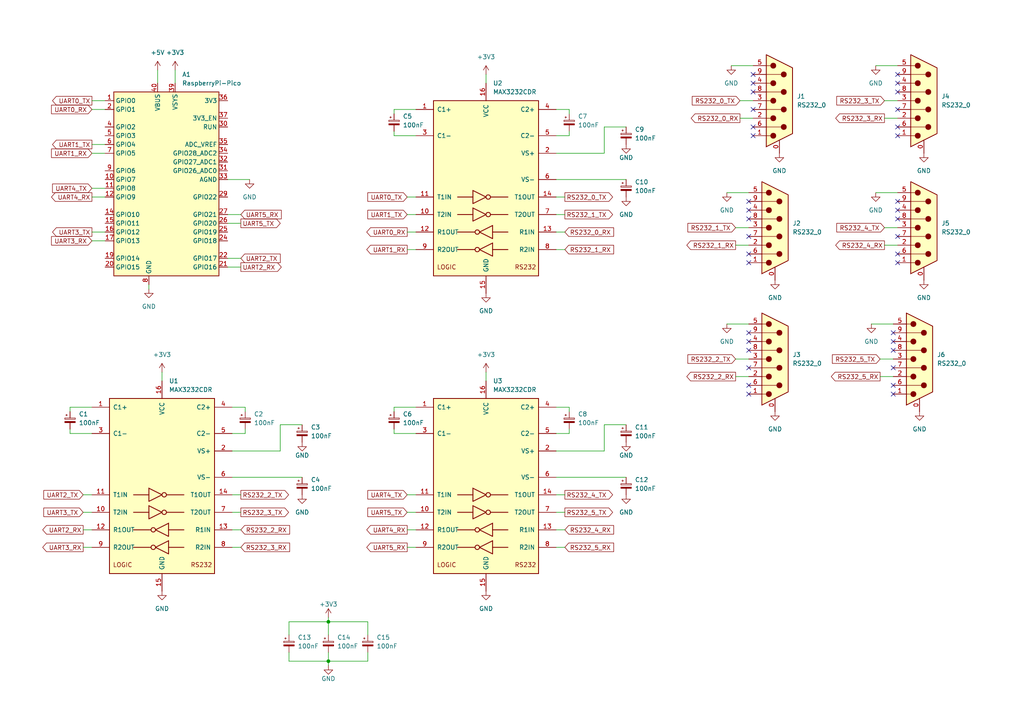
<source format=kicad_sch>
(kicad_sch (version 20211123) (generator eeschema)
  (paper "A4")
  (title_block (title "PicoRS232") (company "Sean D. Cline"))
  (lib_symbols
    (symbol "Connector:DB9_Male_MountingHoles" (pin_names (offset 1.016) hide)
      (property "Reference" "J" (at 0 16.51 0))
      (property "Value" "DB9_Male_MountingHoles" (at 0 14.605 0))
      (symbol "DB9_Male_MountingHoles_0_1"
        (circle (center -1.778 -10.16) (radius 0.762) (fill (type outline)))
        (circle (center -1.778 -5.08) (radius 0.762) (fill (type outline)))
        (circle (center -1.778 0) (radius 0.762) (fill (type outline)))
        (circle (center -1.778 5.08) (radius 0.762) (fill (type outline)))
        (circle (center -1.778 10.16) (radius 0.762) (fill (type outline)))
        (polyline (pts (xy -3.81 -10.16) (xy -2.54 -10.16)))
        (polyline (pts (xy -3.81 -7.62) (xy 0.508 -7.62)))
        (polyline (pts (xy -3.81 -5.08) (xy -2.54 -5.08)))
        (polyline (pts (xy -3.81 -2.54) (xy 0.508 -2.54)))
        (polyline (pts (xy -3.81 0) (xy -2.54 0)))
        (polyline (pts (xy -3.81 2.54) (xy 0.508 2.54)))
        (polyline (pts (xy -3.81 5.08) (xy -2.54 5.08)))
        (polyline (pts (xy -3.81 7.62) (xy 0.508 7.62)))
        (polyline (pts (xy -3.81 10.16) (xy -2.54 10.16)))
        (polyline (pts (xy -3.81 -13.335) (xy -3.81 13.335) (xy 3.81 9.525) (xy 3.81 -9.525) (xy -3.81 -13.335)) (stroke (width 0.254)) (fill (type background)))
        (circle (center 1.27 -7.62) (radius 0.762) (fill (type outline)))
        (circle (center 1.27 -2.54) (radius 0.762) (fill (type outline)))
        (circle (center 1.27 2.54) (radius 0.762) (fill (type outline)))
        (circle (center 1.27 7.62) (radius 0.762) (fill (type outline)))
      )
      (symbol "DB9_Male_MountingHoles_1_1"
        (pin passive line (at 0 -15.24 90) (length 3.81) (name "PAD") (number "0"))
        (pin passive line (at -7.62 -10.16 0) (length 3.81) (name "1") (number "1"))
        (pin passive line (at -7.62 -5.08 0) (length 3.81) (name "2") (number "2"))
        (pin passive line (at -7.62 0 0) (length 3.81) (name "3") (number "3"))
        (pin passive line (at -7.62 5.08 0) (length 3.81) (name "4") (number "4"))
        (pin passive line (at -7.62 10.16 0) (length 3.81) (name "5") (number "5"))
        (pin passive line (at -7.62 -7.62 0) (length 3.81) (name "6") (number "6"))
        (pin passive line (at -7.62 -2.54 0) (length 3.81) (name "7") (number "7"))
        (pin passive line (at -7.62 2.54 0) (length 3.81) (name "8") (number "8"))
        (pin passive line (at -7.62 7.62 0) (length 3.81) (name "9") (number "9"))
      )
    )
    (symbol "Device:C_Polarized_Small" (pin_numbers hide) (pin_names (offset 0.254) hide)
      (property "Reference" "C" (at 0.254 1.778 0))
      (property "Value" "C_Polarized_Small" (at 0.254 -2.032 0))
      (symbol "C_Polarized_Small_0_1"
        (rectangle (start -1.524 -0.3048) (end 1.524 -0.6858) (fill (type outline)))
        (rectangle (start -1.524 0.6858) (end 1.524 0.3048))
        (polyline (pts (xy -1.27 1.524) (xy -0.762 1.524)))
        (polyline (pts (xy -1.016 1.27) (xy -1.016 1.778)))
      )
      (symbol "C_Polarized_Small_1_1"
        (pin passive line (at 0 2.54 270) (length 1.8542) (name "~") (number "1"))
        (pin passive line (at 0 -2.54 90) (length 1.8542) (name "~") (number "2"))
      )
    )
    (symbol "Interface_UART:MAX3232" (pin_names (offset 1.016))
      (property "Reference" "U" (at -2.54 28.575 0))
      (property "Value" "MAX3232" (at -2.54 26.67 0))
      (symbol "MAX3232_0_0"
        (text "LOGIC" (at -11.43 -22.86 0) (effects (font (size 1.27 1.27))))
        (text "RS232" (at 11.43 -22.86 0) (effects (font (size 1.27 1.27))))
      )
      (symbol "MAX3232_0_1"
        (rectangle (start -15.24 -25.4) (end 15.24 25.4) (stroke (width 0.254)) (fill (type background)))
        (circle (center -2.54 -17.78) (radius 0.635) (stroke (width 0.254)))
        (circle (center -2.54 -12.7) (radius 0.635) (stroke (width 0.254)))
        (polyline (pts (xy -3.81 -7.62) (xy -8.255 -7.62)) (stroke (width 0.254)))
        (polyline (pts (xy -3.81 -2.54) (xy -8.255 -2.54)) (stroke (width 0.254)))
        (polyline (pts (xy -3.175 -17.78) (xy -8.255 -17.78)) (stroke (width 0.254)))
        (polyline (pts (xy -3.175 -12.7) (xy -8.255 -12.7)) (stroke (width 0.254)))
        (polyline (pts (xy 1.27 -7.62) (xy 6.35 -7.62)) (stroke (width 0.254)))
        (polyline (pts (xy 1.27 -2.54) (xy 6.35 -2.54)) (stroke (width 0.254)))
        (polyline (pts (xy 1.905 -17.78) (xy 6.35 -17.78)) (stroke (width 0.254)))
        (polyline (pts (xy 1.905 -12.7) (xy 6.35 -12.7)) (stroke (width 0.254)))
        (polyline (pts (xy -3.81 -5.715) (xy -3.81 -9.525) (xy 0 -7.62) (xy -3.81 -5.715)) (stroke (width 0.254)))
        (polyline (pts (xy -3.81 -0.635) (xy -3.81 -4.445) (xy 0 -2.54) (xy -3.81 -0.635)) (stroke (width 0.254)))
        (polyline (pts (xy 1.905 -15.875) (xy 1.905 -19.685) (xy -1.905 -17.78) (xy 1.905 -15.875)) (stroke (width 0.254)))
        (polyline (pts (xy 1.905 -10.795) (xy 1.905 -14.605) (xy -1.905 -12.7) (xy 1.905 -10.795)) (stroke (width 0.254)))
        (circle (center 0.635 -7.62) (radius 0.635) (stroke (width 0.254)))
        (circle (center 0.635 -2.54) (radius 0.635) (stroke (width 0.254)))
      )
      (symbol "MAX3232_1_1"
        (pin passive line (at -20.32 22.86 0) (length 5.08) (name "C1+") (number "1"))
        (pin input line (at -20.32 -7.62 0) (length 5.08) (name "T2IN") (number "10"))
        (pin input line (at -20.32 -2.54 0) (length 5.08) (name "T1IN") (number "11"))
        (pin output line (at -20.32 -12.7 0) (length 5.08) (name "R1OUT") (number "12"))
        (pin input line (at 20.32 -12.7 180) (length 5.08) (name "R1IN") (number "13"))
        (pin output line (at 20.32 -2.54 180) (length 5.08) (name "T1OUT") (number "14"))
        (pin power_in line (at 0 -30.48 90) (length 5.08) (name "GND") (number "15"))
        (pin power_in line (at 0 30.48 270) (length 5.08) (name "VCC") (number "16"))
        (pin power_out line (at 20.32 10.16 180) (length 5.08) (name "VS+") (number "2"))
        (pin passive line (at -20.32 15.24 0) (length 5.08) (name "C1-") (number "3"))
        (pin passive line (at 20.32 22.86 180) (length 5.08) (name "C2+") (number "4"))
        (pin passive line (at 20.32 15.24 180) (length 5.08) (name "C2-") (number "5"))
        (pin power_out line (at 20.32 2.54 180) (length 5.08) (name "VS-") (number "6"))
        (pin output line (at 20.32 -7.62 180) (length 5.08) (name "T2OUT") (number "7"))
        (pin input line (at 20.32 -17.78 180) (length 5.08) (name "R2IN") (number "8"))
        (pin output line (at -20.32 -17.78 0) (length 5.08) (name "R2OUT") (number "9"))
      )
    )
    (symbol "Raspberry_Pi_Pico:RaspberryPi-Pico"
      (property "Reference" "A" (at 0 17.78 0))
      (property "Value" "RaspberryPi-Pico" (at 2.54 15.24 0))
      (symbol "RaspberryPi-Pico_0_1"
        (rectangle (start -15.24 27.94) (end 15.24 -25.4) (stroke (width 0.254)) (fill (type background)))
      )
      (symbol "RaspberryPi-Pico_1_1"
        (pin bidirectional line (at -17.78 25.4 0) (length 2.54) (name "GPIO0") (number "1"))
        (pin bidirectional line (at -17.78 2.54 0) (length 2.54) (name "GPIO7") (number "10"))
        (pin bidirectional line (at -17.78 0 0) (length 2.54) (name "GPIO8") (number "11"))
        (pin bidirectional line (at -17.78 -2.54 0) (length 2.54) (name "GPIO9") (number "12"))
        (pin passive line (at -5.08 -27.94 90) (length 2.54) hide (name "GND") (number "13"))
        (pin bidirectional line (at -17.78 -7.62 0) (length 2.54) (name "GPIO10") (number "14"))
        (pin bidirectional line (at -17.78 -10.16 0) (length 2.54) (name "GPIO11") (number "15"))
        (pin bidirectional line (at -17.78 -12.7 0) (length 2.54) (name "GPIO12") (number "16"))
        (pin bidirectional line (at -17.78 -15.24 0) (length 2.54) (name "GPIO13") (number "17"))
        (pin passive line (at -5.08 -27.94 90) (length 2.54) hide (name "GND") (number "18"))
        (pin bidirectional line (at -17.78 -20.32 0) (length 2.54) (name "GPIO14") (number "19"))
        (pin bidirectional line (at -17.78 22.86 0) (length 2.54) (name "GPIO1") (number "2"))
        (pin bidirectional line (at -17.78 -22.86 0) (length 2.54) (name "GPIO15") (number "20"))
        (pin bidirectional line (at 17.78 -22.86 180) (length 2.54) (name "GPIO16") (number "21"))
        (pin bidirectional line (at 17.78 -20.32 180) (length 2.54) (name "GPIO17") (number "22"))
        (pin passive line (at -5.08 -27.94 90) (length 2.54) hide (name "GND") (number "23"))
        (pin bidirectional line (at 17.78 -15.24 180) (length 2.54) (name "GPIO18") (number "24"))
        (pin bidirectional line (at 17.78 -12.7 180) (length 2.54) (name "GPIO19") (number "25"))
        (pin bidirectional line (at 17.78 -10.16 180) (length 2.54) (name "GPIO20") (number "26"))
        (pin bidirectional line (at 17.78 -7.62 180) (length 2.54) (name "GPIO21") (number "27"))
        (pin passive line (at -5.08 -27.94 90) (length 2.54) hide (name "GND") (number "28"))
        (pin bidirectional line (at 17.78 -2.54 180) (length 2.54) (name "GPIO22") (number "29"))
        (pin passive line (at -5.08 -27.94 90) (length 2.54) hide (name "GND") (number "3"))
        (pin input line (at 17.78 17.78 180) (length 2.54) (name "RUN") (number "30"))
        (pin bidirectional line (at 17.78 5.08 180) (length 2.54) (name "GPIO26_ADC0") (number "31"))
        (pin bidirectional line (at 17.78 7.62 180) (length 2.54) (name "GPIO27_ADC1") (number "32"))
        (pin power_in line (at 17.78 2.54 180) (length 2.54) (name "AGND") (number "33"))
        (pin bidirectional line (at 17.78 10.16 180) (length 2.54) (name "GPIO28_ADC2") (number "34"))
        (pin power_in line (at 17.78 12.7 180) (length 2.54) (name "ADC_VREF") (number "35"))
        (pin power_out line (at 17.78 25.4 180) (length 2.54) (name "3V3") (number "36"))
        (pin input line (at 17.78 20.32 180) (length 2.54) (name "3V3_EN") (number "37"))
        (pin passive line (at -5.08 -27.94 90) (length 2.54) hide (name "GND") (number "38"))
        (pin power_out line (at 2.54 30.48 270) (length 2.54) (name "VSYS") (number "39"))
        (pin bidirectional line (at -17.78 17.78 0) (length 2.54) (name "GPIO2") (number "4"))
        (pin power_out line (at -2.54 30.48 270) (length 2.54) (name "VBUS") (number "40"))
        (pin bidirectional line (at -17.78 15.24 0) (length 2.54) (name "GPIO3") (number "5"))
        (pin bidirectional line (at -17.78 12.7 0) (length 2.54) (name "GPIO4") (number "6"))
        (pin bidirectional line (at -17.78 10.16 0) (length 2.54) (name "GPIO5") (number "7"))
        (pin power_in line (at -5.08 -27.94 90) (length 2.54) (name "GND") (number "8"))
        (pin bidirectional line (at -17.78 5.08 0) (length 2.54) (name "GPIO6") (number "9"))
      )
    )
    (symbol "power:+3V3" (power) (pin_names (offset 0))
      (property "Value" "+3V3" (at 0 3.556 0))
      (symbol "+3V3_0_1"
        (polyline (pts (xy -0.762 1.27) (xy 0 2.54)))
        (polyline (pts (xy 0 0) (xy 0 2.54)))
        (polyline (pts (xy 0 2.54) (xy 0.762 1.27)))
      )
      (symbol "+3V3_1_1"
        (pin power_in line (at 0 0 90) (length 0) hide (name "+3V3") (number "1"))
      )
    )
    (symbol "power:+5V" (power) (pin_names (offset 0))
      (property "Value" "+5V" (at 0 3.556 0))
      (symbol "+5V_0_1"
        (polyline (pts (xy -0.762 1.27) (xy 0 2.54)))
        (polyline (pts (xy 0 0) (xy 0 2.54)))
        (polyline (pts (xy 0 2.54) (xy 0.762 1.27)))
      )
      (symbol "+5V_1_1"
        (pin power_in line (at 0 0 90) (length 0) hide (name "+5V") (number "1"))
      )
    )
    (symbol "power:GND" (power) (pin_names (offset 0))
      (property "Value" "GND" (at 0 -3.81 0))
      (symbol "GND_0_1"
        (polyline (pts (xy 0 0) (xy 0 -1.27) (xy 1.27 -1.27) (xy 0 -2.54) (xy -1.27 -1.27) (xy 0 -1.27)))
      )
      (symbol "GND_1_1"
        (pin power_in line (at 0 0 270) (length 0) hide (name "GND") (number "1"))
      )
    )
  )
  (junction (at 95.25 180.34))
  (junction (at 95.25 191.77))
  (no_connect (at 217.17 99.06))
  (no_connect (at 217.17 68.58))
  (no_connect (at 259.08 114.3))
  (no_connect (at 218.44 39.37))
  (no_connect (at 217.17 111.76))
  (no_connect (at 260.35 58.42))
  (no_connect (at 217.17 106.68))
  (no_connect (at 217.17 101.6))
  (no_connect (at 260.35 68.58))
  (no_connect (at 217.17 96.52))
  (no_connect (at 260.35 63.5))
  (no_connect (at 217.17 76.2))
  (no_connect (at 260.35 21.59))
  (no_connect (at 218.44 31.75))
  (no_connect (at 259.08 111.76))
  (no_connect (at 259.08 106.68))
  (no_connect (at 260.35 73.66))
  (no_connect (at 260.35 31.75))
  (no_connect (at 218.44 21.59))
  (no_connect (at 260.35 24.13))
  (no_connect (at 259.08 96.52))
  (no_connect (at 218.44 26.67))
  (no_connect (at 259.08 101.6))
  (no_connect (at 260.35 39.37))
  (no_connect (at 218.44 36.83))
  (no_connect (at 259.08 99.06))
  (no_connect (at 218.44 24.13))
  (no_connect (at 217.17 60.96))
  (no_connect (at 260.35 36.83))
  (no_connect (at 217.17 63.5))
  (no_connect (at 217.17 73.66))
  (no_connect (at 217.17 114.3))
  (no_connect (at 260.35 76.2))
  (no_connect (at 260.35 60.96))
  (no_connect (at 260.35 26.67))
  (no_connect (at 217.17 58.42))
  (wire (pts (xy 26.67 69.85) (xy 30.48 69.85)))
  (wire (pts (xy 69.85 74.93) (xy 66.04 74.93)))
  (wire (pts (xy 24.13 158.75) (xy 26.67 158.75)))
  (wire (pts (xy 114.3 118.11) (xy 120.65 118.11)))
  (wire (pts (xy 161.29 130.81) (xy 175.26 130.81)))
  (wire (pts (xy 95.25 180.34) (xy 95.25 184.15)))
  (wire (pts (xy 69.85 143.51) (xy 67.31 143.51)))
  (wire (pts (xy 120.65 39.37) (xy 114.3 39.37)))
  (wire (pts (xy 67.31 148.59) (xy 69.85 148.59)))
  (wire (pts (xy 43.18 82.55) (xy 43.18 83.82)))
  (wire (pts (xy 214.63 29.21) (xy 218.44 29.21)))
  (wire (pts (xy 118.11 62.23) (xy 120.65 62.23)))
  (wire (pts (xy 24.13 153.67) (xy 26.67 153.67)))
  (wire (pts (xy 118.11 148.59) (xy 120.65 148.59)))
  (wire (pts (xy 214.63 34.29) (xy 218.44 34.29)))
  (wire (pts (xy 163.83 57.15) (xy 161.29 57.15)))
  (wire (pts (xy 26.67 57.15) (xy 30.48 57.15)))
  (wire (pts (xy 140.97 21.59) (xy 140.97 24.13)))
  (wire (pts (xy 213.36 109.22) (xy 217.17 109.22)))
  (wire (pts (xy 165.1 39.37) (xy 165.1 38.1)))
  (wire (pts (xy 118.11 57.15) (xy 120.65 57.15)))
  (wire (pts (xy 95.25 179.07) (xy 95.25 180.34)))
  (wire (pts (xy 26.67 125.73) (xy 20.32 125.73)))
  (wire (pts (xy 161.29 148.59) (xy 163.83 148.59)))
  (wire (pts (xy 175.26 130.81) (xy 175.26 123.19)))
  (wire (pts (xy 163.83 143.51) (xy 161.29 143.51)))
  (wire (pts (xy 67.31 125.73) (xy 71.12 125.73)))
  (wire (pts (xy 106.68 184.15) (xy 106.68 180.34)))
  (wire (pts (xy 212.09 19.05) (xy 218.44 19.05)))
  (wire (pts (xy 165.1 118.11) (xy 165.1 119.38)))
  (wire (pts (xy 114.3 39.37) (xy 114.3 38.1)))
  (wire (pts (xy 26.67 29.21) (xy 30.48 29.21)))
  (wire (pts (xy 210.82 93.98) (xy 217.17 93.98)))
  (wire (pts (xy 26.67 44.45) (xy 30.48 44.45)))
  (wire (pts (xy 161.29 158.75) (xy 163.83 158.75)))
  (wire (pts (xy 165.1 125.73) (xy 165.1 124.46)))
  (wire (pts (xy 24.13 148.59) (xy 26.67 148.59)))
  (wire (pts (xy 50.8 20.32) (xy 50.8 24.13)))
  (wire (pts (xy 161.29 72.39) (xy 163.83 72.39)))
  (wire (pts (xy 67.31 118.11) (xy 71.12 118.11)))
  (wire (pts (xy 118.11 158.75) (xy 120.65 158.75)))
  (wire (pts (xy 118.11 67.31) (xy 120.65 67.31)))
  (wire (pts (xy 67.31 138.43) (xy 87.63 138.43)))
  (wire (pts (xy 161.29 138.43) (xy 181.61 138.43)))
  (wire (pts (xy 175.26 44.45) (xy 175.26 36.83)))
  (wire (pts (xy 161.29 67.31) (xy 163.83 67.31)))
  (wire (pts (xy 20.32 118.11) (xy 26.67 118.11)))
  (wire (pts (xy 81.28 130.81) (xy 81.28 123.19)))
  (wire (pts (xy 26.67 54.61) (xy 30.48 54.61)))
  (wire (pts (xy 254 19.05) (xy 260.35 19.05)))
  (wire (pts (xy 20.32 125.73) (xy 20.32 124.46)))
  (wire (pts (xy 106.68 189.23) (xy 106.68 191.77)))
  (wire (pts (xy 213.36 104.14) (xy 217.17 104.14)))
  (wire (pts (xy 95.25 180.34) (xy 83.82 180.34)))
  (wire (pts (xy 175.26 36.83) (xy 181.61 36.83)))
  (wire (pts (xy 252.73 93.98) (xy 259.08 93.98)))
  (wire (pts (xy 26.67 67.31) (xy 30.48 67.31)))
  (wire (pts (xy 114.3 125.73) (xy 114.3 124.46)))
  (wire (pts (xy 161.29 62.23) (xy 163.83 62.23)))
  (wire (pts (xy 254 55.88) (xy 260.35 55.88)))
  (wire (pts (xy 114.3 33.02) (xy 114.3 31.75)))
  (wire (pts (xy 213.36 66.04) (xy 217.17 66.04)))
  (wire (pts (xy 66.04 52.07) (xy 72.39 52.07)))
  (wire (pts (xy 71.12 125.73) (xy 71.12 124.46)))
  (wire (pts (xy 165.1 31.75) (xy 165.1 33.02)))
  (wire (pts (xy 256.54 71.12) (xy 260.35 71.12)))
  (wire (pts (xy 210.82 55.88) (xy 217.17 55.88)))
  (wire (pts (xy 46.99 107.95) (xy 46.99 110.49)))
  (wire (pts (xy 106.68 191.77) (xy 95.25 191.77)))
  (wire (pts (xy 118.11 153.67) (xy 120.65 153.67)))
  (wire (pts (xy 161.29 52.07) (xy 181.61 52.07)))
  (wire (pts (xy 66.04 64.77) (xy 69.85 64.77)))
  (wire (pts (xy 95.25 191.77) (xy 83.82 191.77)))
  (wire (pts (xy 95.25 189.23) (xy 95.25 191.77)))
  (wire (pts (xy 118.11 72.39) (xy 120.65 72.39)))
  (wire (pts (xy 118.11 143.51) (xy 120.65 143.51)))
  (wire (pts (xy 81.28 123.19) (xy 87.63 123.19)))
  (wire (pts (xy 69.85 77.47) (xy 66.04 77.47)))
  (wire (pts (xy 114.3 119.38) (xy 114.3 118.11)))
  (wire (pts (xy 66.04 62.23) (xy 69.85 62.23)))
  (wire (pts (xy 161.29 153.67) (xy 163.83 153.67)))
  (wire (pts (xy 161.29 125.73) (xy 165.1 125.73)))
  (wire (pts (xy 26.67 31.75) (xy 30.48 31.75)))
  (wire (pts (xy 161.29 44.45) (xy 175.26 44.45)))
  (wire (pts (xy 256.54 34.29) (xy 260.35 34.29)))
  (wire (pts (xy 26.67 41.91) (xy 30.48 41.91)))
  (wire (pts (xy 256.54 29.21) (xy 260.35 29.21)))
  (wire (pts (xy 83.82 180.34) (xy 83.82 184.15)))
  (wire (pts (xy 67.31 158.75) (xy 69.85 158.75)))
  (wire (pts (xy 213.36 71.12) (xy 217.17 71.12)))
  (wire (pts (xy 67.31 153.67) (xy 69.85 153.67)))
  (wire (pts (xy 95.25 191.77) (xy 95.25 193.04)))
  (wire (pts (xy 83.82 191.77) (xy 83.82 189.23)))
  (wire (pts (xy 255.27 109.22) (xy 259.08 109.22)))
  (wire (pts (xy 256.54 66.04) (xy 260.35 66.04)))
  (wire (pts (xy 161.29 118.11) (xy 165.1 118.11)))
  (wire (pts (xy 161.29 39.37) (xy 165.1 39.37)))
  (wire (pts (xy 20.32 119.38) (xy 20.32 118.11)))
  (wire (pts (xy 67.31 130.81) (xy 81.28 130.81)))
  (wire (pts (xy 175.26 123.19) (xy 181.61 123.19)))
  (wire (pts (xy 255.27 104.14) (xy 259.08 104.14)))
  (wire (pts (xy 106.68 180.34) (xy 95.25 180.34)))
  (wire (pts (xy 161.29 31.75) (xy 165.1 31.75)))
  (wire (pts (xy 71.12 118.11) (xy 71.12 119.38)))
  (wire (pts (xy 120.65 125.73) (xy 114.3 125.73)))
  (wire (pts (xy 140.97 107.95) (xy 140.97 110.49)))
  (wire (pts (xy 114.3 31.75) (xy 120.65 31.75)))
  (wire (pts (xy 24.13 143.51) (xy 26.67 143.51)))
  (wire (pts (xy 45.72 20.32) (xy 45.72 24.13)))
  (global_label "RS232_2_RX" (shape input) (at 69.85 153.67 0) (property "Intersheet References" "${INTERSHEET_REFS}" (effects hide)))
  (global_label "RS232_1_TX" (shape output) (at 163.83 62.23 0) (property "Intersheet References" "${INTERSHEET_REFS}" (effects hide)))
  (global_label "UART0_RX" (shape output) (at 118.11 67.31 180) (property "Intersheet References" "${INTERSHEET_REFS}" (effects hide)))
  (global_label "UART1_RX" (shape output) (at 118.11 72.39 180) (property "Intersheet References" "${INTERSHEET_REFS}" (effects hide)))
  (global_label "UART2_TX" (shape input) (at 69.85 74.93 0) (property "Intersheet References" "${INTERSHEET_REFS}" (effects hide)))
  (global_label "RS232_1_RX" (shape output) (at 213.36 71.12 180) (property "Intersheet References" "${INTERSHEET_REFS}" (effects hide)))
  (global_label "UART0_TX" (shape output) (at 26.67 29.21 180) (property "Intersheet References" "${INTERSHEET_REFS}" (effects hide)))
  (global_label "RS232_3_TX" (shape output) (at 69.85 148.59 0) (property "Intersheet References" "${INTERSHEET_REFS}" (effects hide)))
  (global_label "UART1_TX" (shape output) (at 26.67 41.91 180) (property "Intersheet References" "${INTERSHEET_REFS}" (effects hide)))
  (global_label "UART2_TX" (shape input) (at 24.13 143.51 180) (property "Intersheet References" "${INTERSHEET_REFS}" (effects hide)))
  (global_label "RS232_0_TX" (shape output) (at 163.83 57.15 0) (property "Intersheet References" "${INTERSHEET_REFS}" (effects hide)))
  (global_label "UART0_TX" (shape input) (at 118.11 57.15 180) (property "Intersheet References" "${INTERSHEET_REFS}" (effects hide)))
  (global_label "UART3_TX" (shape output) (at 26.67 67.31 180) (property "Intersheet References" "${INTERSHEET_REFS}" (effects hide)))
  (global_label "RS232_3_TX" (shape input) (at 256.54 29.21 180) (property "Intersheet References" "${INTERSHEET_REFS}" (effects hide)))
  (global_label "UART5_RX" (shape input) (at 69.85 62.23 0) (property "Intersheet References" "${INTERSHEET_REFS}" (effects hide)))
  (global_label "RS232_2_RX" (shape output) (at 213.36 109.22 180) (property "Intersheet References" "${INTERSHEET_REFS}" (effects hide)))
  (global_label "RS232_5_RX" (shape output) (at 255.27 109.22 180) (property "Intersheet References" "${INTERSHEET_REFS}" (effects hide)))
  (global_label "RS232_1_TX" (shape input) (at 213.36 66.04 180) (property "Intersheet References" "${INTERSHEET_REFS}" (effects hide)))
  (global_label "RS232_1_RX" (shape input) (at 163.83 72.39 0) (property "Intersheet References" "${INTERSHEET_REFS}" (effects hide)))
  (global_label "UART4_RX" (shape output) (at 118.11 153.67 180) (property "Intersheet References" "${INTERSHEET_REFS}" (effects hide)))
  (global_label "UART5_TX" (shape input) (at 118.11 148.59 180) (property "Intersheet References" "${INTERSHEET_REFS}" (effects hide)))
  (global_label "RS232_5_TX" (shape input) (at 255.27 104.14 180) (property "Intersheet References" "${INTERSHEET_REFS}" (effects hide)))
  (global_label "UART3_RX" (shape output) (at 24.13 158.75 180) (property "Intersheet References" "${INTERSHEET_REFS}" (effects hide)))
  (global_label "RS232_4_RX" (shape output) (at 256.54 71.12 180) (property "Intersheet References" "${INTERSHEET_REFS}" (effects hide)))
  (global_label "UART2_RX" (shape output) (at 24.13 153.67 180) (property "Intersheet References" "${INTERSHEET_REFS}" (effects hide)))
  (global_label "RS232_0_RX" (shape input) (at 163.83 67.31 0) (property "Intersheet References" "${INTERSHEET_REFS}" (effects hide)))
  (global_label "UART3_RX" (shape input) (at 26.67 69.85 180) (property "Intersheet References" "${INTERSHEET_REFS}" (effects hide)))
  (global_label "RS232_5_TX" (shape output) (at 163.83 148.59 0) (property "Intersheet References" "${INTERSHEET_REFS}" (effects hide)))
  (global_label "UART1_TX" (shape input) (at 118.11 62.23 180) (property "Intersheet References" "${INTERSHEET_REFS}" (effects hide)))
  (global_label "UART5_TX" (shape output) (at 69.85 64.77 0) (property "Intersheet References" "${INTERSHEET_REFS}" (effects hide)))
  (global_label "UART1_RX" (shape input) (at 26.67 44.45 180) (property "Intersheet References" "${INTERSHEET_REFS}" (effects hide)))
  (global_label "RS232_0_RX" (shape output) (at 214.63 34.29 180) (property "Intersheet References" "${INTERSHEET_REFS}" (effects hide)))
  (global_label "RS232_5_RX" (shape input) (at 163.83 158.75 0) (property "Intersheet References" "${INTERSHEET_REFS}" (effects hide)))
  (global_label "RS232_3_RX" (shape input) (at 69.85 158.75 0) (property "Intersheet References" "${INTERSHEET_REFS}" (effects hide)))
  (global_label "UART3_TX" (shape input) (at 24.13 148.59 180) (property "Intersheet References" "${INTERSHEET_REFS}" (effects hide)))
  (global_label "RS232_4_TX" (shape input) (at 256.54 66.04 180) (property "Intersheet References" "${INTERSHEET_REFS}" (effects hide)))
  (global_label "UART4_TX" (shape input) (at 26.67 54.61 180) (property "Intersheet References" "${INTERSHEET_REFS}" (effects hide)))
  (global_label "RS232_2_TX" (shape output) (at 69.85 143.51 0) (property "Intersheet References" "${INTERSHEET_REFS}" (effects hide)))
  (global_label "UART5_RX" (shape output) (at 118.11 158.75 180) (property "Intersheet References" "${INTERSHEET_REFS}" (effects hide)))
  (global_label "RS232_2_TX" (shape input) (at 213.36 104.14 180) (property "Intersheet References" "${INTERSHEET_REFS}" (effects hide)))
  (global_label "UART0_RX" (shape input) (at 26.67 31.75 180) (property "Intersheet References" "${INTERSHEET_REFS}" (effects hide)))
  (global_label "RS232_3_RX" (shape output) (at 256.54 34.29 180) (property "Intersheet References" "${INTERSHEET_REFS}" (effects hide)))
  (global_label "UART4_RX" (shape output) (at 26.67 57.15 180) (property "Intersheet References" "${INTERSHEET_REFS}" (effects hide)))
  (global_label "UART2_RX" (shape output) (at 69.85 77.47 0) (property "Intersheet References" "${INTERSHEET_REFS}" (effects hide)))
  (global_label "RS232_0_TX" (shape input) (at 214.63 29.21 180) (property "Intersheet References" "${INTERSHEET_REFS}" (effects hide)))
  (global_label "UART4_TX" (shape input) (at 118.11 143.51 180) (property "Intersheet References" "${INTERSHEET_REFS}" (effects hide)))
  (global_label "RS232_4_RX" (shape input) (at 163.83 153.67 0) (property "Intersheet References" "${INTERSHEET_REFS}" (effects hide)))
  (global_label "RS232_4_TX" (shape output) (at 163.83 143.51 0) (property "Intersheet References" "${INTERSHEET_REFS}" (effects hide)))
  (symbol (lib_id "Device:C_Polarized_Small") (at 87.63 125.73 0) (unit 1)
    (property "Reference" "C3" (at 90.17 123.9138 0) (effects (justify left)))
    (property "Value" "100nF" (at 90.17 126.4538 0) (effects (justify left)))
    (property "Footprint" "Capacitor_SMD:C_0402_1005Metric" (effects hide))
    (property "LCSC" "C307331" (effects hide))
  )
  (symbol (lib_id "Device:C_Polarized_Small") (at 95.25 186.69 0) (unit 1)
    (property "Reference" "C14" (at 97.79 184.8738 0) (effects (justify left)))
    (property "Value" "100nF" (at 97.79 187.4138 0) (effects (justify left)))
    (property "Footprint" "Capacitor_SMD:C_0402_1005Metric" (effects hide))
    (property "LCSC" "C307331" (effects hide))
  )
  (symbol (lib_id "Device:C_Polarized_Small") (at 114.3 35.56 0) (unit 1)
    (property "Reference" "C5" (at 116.84 33.7438 0) (effects (justify left)))
    (property "Value" "100nF" (at 116.84 36.2838 0) (effects (justify left)))
    (property "Footprint" "Capacitor_SMD:C_0402_1005Metric" (effects hide))
    (property "LCSC" "C307331" (effects hide))
  )
  (symbol (lib_id "power:+5V") (at 45.72 20.32 0) (unit 1)
    (property "Reference" "#PWR02" (effects hide))
    (property "Value" "+5V" (at 45.72 15.24 0))
  )
  (symbol (lib_id "power:GND") (at 226.06 44.45 0) (unit 1)
    (property "Reference" "#PWR022" (effects hide))
    (property "Value" "GND" (at 226.06 49.53 0))
  )
  (symbol (lib_id "Connector:DB9_Male_MountingHoles") (at 226.06 29.21 0) (unit 1)
    (property "Reference" "J1" (at 231.14 27.9399 0) (effects (justify left)))
    (property "Value" "RS232_0" (at 231.14 30.4799 0) (effects (justify left)))
    (property "Footprint" "Connector_Dsub:DSUB-9_Male_Horizontal_P2.77x2.84mm_EdgePinOffset7.70mm_Housed_MountingHolesOffset9.12mm" (effects hide))
    (property "Datasheet" " ~" (effects hide))
    (property "LCSC" "C141880" (effects hide))
  )
  (symbol (lib_id "Device:C_Polarized_Small") (at 83.82 186.69 0) (unit 1)
    (property "Reference" "C13" (at 86.36 184.8738 0) (effects (justify left)))
    (property "Value" "100nF" (at 86.36 187.4138 0) (effects (justify left)))
    (property "Footprint" "Capacitor_SMD:C_0402_1005Metric" (effects hide))
    (property "LCSC" "C307331" (effects hide))
  )
  (symbol (lib_id "Connector:DB9_Male_MountingHoles") (at 266.7 104.14 0) (unit 1)
    (property "Reference" "J6" (at 271.78 102.8699 0) (effects (justify left)))
    (property "Value" "RS232_0" (at 271.78 105.4099 0) (effects (justify left)))
    (property "Footprint" "Connector_Dsub:DSUB-9_Male_Horizontal_P2.77x2.84mm_EdgePinOffset7.70mm_Housed_MountingHolesOffset9.12mm" (effects hide))
    (property "Datasheet" " ~" (effects hide))
    (property "LCSC" "C141880" (effects hide))
  )
  (symbol (lib_id "Interface_UART:MAX3232") (at 140.97 54.61 0) (unit 1)
    (property "Reference" "U2" (at 142.9894 24.13 0) (effects (justify left)))
    (property "Value" "MAX3232CDR" (at 142.9894 26.67 0) (effects (justify left)))
    (property "Footprint" "Package_SO:SOIC-16_3.9x9.9mm_P1.27mm" (effects hide))
    (property "Datasheet" "https://www.ti.com/cn/lit/gpn/max3232" (effects hide))
    (property "LCSC" "C45843" (effects hide))
  )
  (symbol (lib_id "power:+3V3") (at 140.97 107.95 0) (unit 1)
    (property "Reference" "#PWR011" (effects hide))
    (property "Value" "+3V3" (at 140.97 102.87 0))
  )
  (symbol (lib_id "Device:C_Polarized_Small") (at 114.3 121.92 0) (unit 1)
    (property "Reference" "C6" (at 116.84 120.1038 0) (effects (justify left)))
    (property "Value" "100nF" (at 116.84 122.6438 0) (effects (justify left)))
    (property "Footprint" "Capacitor_SMD:C_0402_1005Metric" (effects hide))
    (property "LCSC" "C307331" (effects hide))
  )
  (symbol (lib_id "power:+3V3") (at 50.8 20.32 0) (unit 1)
    (property "Reference" "#PWR05" (effects hide))
    (property "Value" "+3V3" (at 50.8 15.24 0))
  )
  (symbol (lib_id "power:+3V3") (at 46.99 107.95 0) (unit 1)
    (property "Reference" "#PWR03" (effects hide))
    (property "Value" "+3V3" (at 46.99 102.87 0))
  )
  (symbol (lib_id "power:GND") (at 181.61 57.15 0) (unit 1)
    (property "Reference" "#PWR014" (effects hide))
    (property "Value" "GND" (at 181.61 62.23 0))
  )
  (symbol (lib_id "power:GND") (at 181.61 41.91 0) (unit 1)
    (property "Reference" "#PWR013" (effects hide))
    (property "Value" "GND" (at 181.61 45.72 0))
  )
  (symbol (lib_id "power:GND") (at 267.97 44.45 0) (unit 1)
    (property "Reference" "#PWR027" (effects hide))
    (property "Value" "GND" (at 267.97 49.53 0))
  )
  (symbol (lib_id "Connector:DB9_Male_MountingHoles") (at 224.79 104.14 0) (unit 1)
    (property "Reference" "J3" (at 229.87 102.8699 0) (effects (justify left)))
    (property "Value" "RS232_0" (at 229.87 105.4099 0) (effects (justify left)))
    (property "Footprint" "Connector_Dsub:DSUB-9_Male_Horizontal_P2.77x2.84mm_EdgePinOffset7.70mm_Housed_MountingHolesOffset9.12mm" (effects hide))
    (property "Datasheet" " ~" (effects hide))
    (property "LCSC" "C141880" (effects hide))
  )
  (symbol (lib_id "Device:C_Polarized_Small") (at 87.63 140.97 0) (unit 1)
    (property "Reference" "C4" (at 90.17 139.1538 0) (effects (justify left)))
    (property "Value" "100nF" (at 90.17 141.6938 0) (effects (justify left)))
    (property "Footprint" "Capacitor_SMD:C_0402_1005Metric" (effects hide))
    (property "LCSC" "C307331" (effects hide))
  )
  (symbol (lib_id "Raspberry_Pi_Pico:RaspberryPi-Pico") (at 48.26 54.61 0) (unit 1) (in_bom no)
    (property "Reference" "A1" (at 52.8194 21.59 0) (effects (justify left)))
    (property "Value" "RaspberryPi-Pico" (at 52.8194 24.13 0) (effects (justify left)))
    (property "Footprint" "Raspberry_Pi_Pico:Raspberry_Pi_Pico_SMT_THT" (effects hide))
    (property "Datasheet" "https://datasheets.raspberrypi.com/pico/pico-datasheet.pdf" (effects hide))
  )
  (symbol (lib_id "Device:C_Polarized_Small") (at 20.32 121.92 0) (unit 1)
    (property "Reference" "C1" (at 22.86 120.1038 0) (effects (justify left)))
    (property "Value" "100nF" (at 22.86 122.6438 0) (effects (justify left)))
    (property "Footprint" "Capacitor_SMD:C_0402_1005Metric" (effects hide))
    (property "LCSC" "C307331" (effects hide))
  )
  (symbol (lib_id "Device:C_Polarized_Small") (at 165.1 35.56 0) (unit 1)
    (property "Reference" "C7" (at 167.64 33.7438 0) (effects (justify left)))
    (property "Value" "100nF" (at 167.64 36.2838 0) (effects (justify left)))
    (property "Footprint" "Capacitor_SMD:C_0402_1005Metric" (effects hide))
    (property "LCSC" "C307331" (effects hide))
  )
  (symbol (lib_id "Connector:DB9_Male_MountingHoles") (at 224.79 66.04 0) (unit 1)
    (property "Reference" "J2" (at 229.87 64.7699 0) (effects (justify left)))
    (property "Value" "RS232_0" (at 229.87 67.3099 0) (effects (justify left)))
    (property "Footprint" "Connector_Dsub:DSUB-9_Male_Horizontal_P2.77x2.84mm_EdgePinOffset7.70mm_Housed_MountingHolesOffset9.12mm" (effects hide))
    (property "Datasheet" " ~" (effects hide))
    (property "LCSC" "C141880" (effects hide))
  )
  (symbol (lib_id "power:GND") (at 267.97 81.28 0) (unit 1)
    (property "Reference" "#PWR028" (effects hide))
    (property "Value" "GND" (at 267.97 86.36 0))
  )
  (symbol (lib_id "power:GND") (at 43.18 83.82 0) (unit 1)
    (property "Reference" "#PWR01" (effects hide))
    (property "Value" "GND" (at 43.18 88.9 0))
  )
  (symbol (lib_id "power:GND") (at 72.39 52.07 0) (unit 1)
    (property "Reference" "#PWR06" (effects hide))
    (property "Value" "GND" (at 72.39 57.15 0))
  )
  (symbol (lib_id "Device:C_Polarized_Small") (at 181.61 140.97 0) (unit 1)
    (property "Reference" "C12" (at 184.15 139.1538 0) (effects (justify left)))
    (property "Value" "100nF" (at 184.15 141.6938 0) (effects (justify left)))
    (property "Footprint" "Capacitor_SMD:C_0402_1005Metric" (effects hide))
    (property "LCSC" "C307331" (effects hide))
  )
  (symbol (lib_id "power:GND") (at 140.97 85.09 0) (unit 1)
    (property "Reference" "#PWR010" (effects hide))
    (property "Value" "GND" (at 140.97 90.17 0))
  )
  (symbol (lib_id "Device:C_Polarized_Small") (at 71.12 121.92 0) (unit 1)
    (property "Reference" "C2" (at 73.66 120.1038 0) (effects (justify left)))
    (property "Value" "100nF" (at 73.66 122.6438 0) (effects (justify left)))
    (property "Footprint" "Capacitor_SMD:C_0402_1005Metric" (effects hide))
    (property "LCSC" "C307331" (effects hide))
  )
  (symbol (lib_id "power:GND") (at 210.82 55.88 0) (unit 1)
    (property "Reference" "#PWR017" (effects hide))
    (property "Value" "GND" (at 210.82 60.96 0))
  )
  (symbol (lib_id "power:+3V3") (at 140.97 21.59 0) (unit 1)
    (property "Reference" "#PWR09" (effects hide))
    (property "Value" "+3V3" (at 140.97 16.51 0))
  )
  (symbol (lib_id "power:GND") (at 140.97 171.45 0) (unit 1)
    (property "Reference" "#PWR012" (effects hide))
    (property "Value" "GND" (at 140.97 176.53 0))
  )
  (symbol (lib_id "Interface_UART:MAX3232") (at 140.97 140.97 0) (unit 1)
    (property "Reference" "U3" (at 142.9894 110.49 0) (effects (justify left)))
    (property "Value" "MAX3232CDR" (at 142.9894 113.03 0) (effects (justify left)))
    (property "Footprint" "Package_SO:SOIC-16_3.9x9.9mm_P1.27mm" (effects hide))
    (property "Datasheet" "https://www.ti.com/cn/lit/gpn/max3232" (effects hide))
    (property "LCSC" "C45843" (effects hide))
  )
  (symbol (lib_id "power:GND") (at 224.79 119.38 0) (unit 1)
    (property "Reference" "#PWR021" (effects hide))
    (property "Value" "GND" (at 224.79 124.46 0))
  )
  (symbol (lib_id "power:GND") (at 210.82 93.98 0) (unit 1)
    (property "Reference" "#PWR018" (effects hide))
    (property "Value" "GND" (at 210.82 99.06 0))
  )
  (symbol (lib_id "Device:C_Polarized_Small") (at 181.61 125.73 0) (unit 1)
    (property "Reference" "C11" (at 184.15 123.9138 0) (effects (justify left)))
    (property "Value" "100nF" (at 184.15 126.4538 0) (effects (justify left)))
    (property "Footprint" "Capacitor_SMD:C_0402_1005Metric" (effects hide))
    (property "LCSC" "C307331" (effects hide))
  )
  (symbol (lib_id "Device:C_Polarized_Small") (at 181.61 54.61 0) (unit 1)
    (property "Reference" "C10" (at 184.15 52.7938 0) (effects (justify left)))
    (property "Value" "100nF" (at 184.15 55.3338 0) (effects (justify left)))
    (property "Footprint" "Capacitor_SMD:C_0402_1005Metric" (effects hide))
    (property "LCSC" "C307331" (effects hide))
  )
  (symbol (lib_id "power:GND") (at 266.7 119.38 0) (unit 1)
    (property "Reference" "#PWR026" (effects hide))
    (property "Value" "GND" (at 266.7 124.46 0))
  )
  (symbol (lib_id "Device:C_Polarized_Small") (at 165.1 121.92 0) (unit 1)
    (property "Reference" "C8" (at 167.64 120.1038 0) (effects (justify left)))
    (property "Value" "100nF" (at 167.64 122.6438 0) (effects (justify left)))
    (property "Footprint" "Capacitor_SMD:C_0402_1005Metric" (effects hide))
    (property "LCSC" "C307331" (effects hide))
  )
  (symbol (lib_id "power:GND") (at 46.99 171.45 0) (unit 1)
    (property "Reference" "#PWR04" (effects hide))
    (property "Value" "GND" (at 46.99 176.53 0))
  )
  (symbol (lib_id "power:GND") (at 181.61 128.27 0) (unit 1)
    (property "Reference" "#PWR015" (effects hide))
    (property "Value" "GND" (at 181.61 132.08 0))
  )
  (symbol (lib_id "power:GND") (at 181.61 143.51 0) (unit 1)
    (property "Reference" "#PWR016" (effects hide))
    (property "Value" "GND" (at 181.61 148.59 0))
  )
  (symbol (lib_id "power:GND") (at 224.79 81.28 0) (unit 1)
    (property "Reference" "#PWR020" (effects hide))
    (property "Value" "GND" (at 224.79 86.36 0))
  )
  (symbol (lib_id "power:GND") (at 87.63 143.51 0) (unit 1)
    (property "Reference" "#PWR08" (effects hide))
    (property "Value" "GND" (at 87.63 148.59 0))
  )
  (symbol (lib_id "Device:C_Polarized_Small") (at 181.61 39.37 0) (unit 1)
    (property "Reference" "C9" (at 184.15 37.5538 0) (effects (justify left)))
    (property "Value" "100nF" (at 184.15 40.0938 0) (effects (justify left)))
    (property "Footprint" "Capacitor_SMD:C_0402_1005Metric" (effects hide))
    (property "LCSC" "C307331" (effects hide))
  )
  (symbol (lib_id "power:GND") (at 212.09 19.05 0) (unit 1)
    (property "Reference" "#PWR019" (effects hide))
    (property "Value" "GND" (at 212.09 24.13 0))
  )
  (symbol (lib_id "Interface_UART:MAX3232") (at 46.99 140.97 0) (unit 1)
    (property "Reference" "U1" (at 49.0094 110.49 0) (effects (justify left)))
    (property "Value" "MAX3232CDR" (at 49.0094 113.03 0) (effects (justify left)))
    (property "Footprint" "Package_SO:SOIC-16_3.9x9.9mm_P1.27mm" (effects hide))
    (property "Datasheet" "https://www.ti.com/cn/lit/gpn/max3232" (effects hide))
    (property "LCSC" "C45843" (effects hide))
  )
  (symbol (lib_id "power:GND") (at 254 55.88 0) (unit 1)
    (property "Reference" "#PWR025" (effects hide))
    (property "Value" "GND" (at 254 60.96 0))
  )
  (symbol (lib_id "Device:C_Polarized_Small") (at 106.68 186.69 0) (unit 1)
    (property "Reference" "C15" (at 109.22 184.8738 0) (effects (justify left)))
    (property "Value" "100nF" (at 109.22 187.4138 0) (effects (justify left)))
    (property "Footprint" "Capacitor_SMD:C_0402_1005Metric" (effects hide))
    (property "LCSC" "C307331" (effects hide))
  )
  (symbol (lib_id "Connector:DB9_Male_MountingHoles") (at 267.97 66.04 0) (unit 1)
    (property "Reference" "J5" (at 273.05 64.7699 0) (effects (justify left)))
    (property "Value" "RS232_0" (at 273.05 67.3099 0) (effects (justify left)))
    (property "Footprint" "Connector_Dsub:DSUB-9_Male_Horizontal_P2.77x2.84mm_EdgePinOffset7.70mm_Housed_MountingHolesOffset9.12mm" (effects hide))
    (property "Datasheet" " ~" (effects hide))
    (property "LCSC" "C141880" (effects hide))
  )
  (symbol (lib_id "power:GND") (at 95.25 193.04 0) (unit 1)
    (property "Reference" "#PWR030" (effects hide))
    (property "Value" "GND" (at 95.25 196.85 0))
  )
  (symbol (lib_id "power:GND") (at 252.73 93.98 0) (unit 1)
    (property "Reference" "#PWR023" (effects hide))
    (property "Value" "GND" (at 252.73 99.06 0))
  )
  (symbol (lib_id "power:+3V3") (at 95.25 179.07 0) (unit 1)
    (property "Reference" "#PWR029" (effects hide))
    (property "Value" "+3V3" (at 95.25 175.26 0))
  )
  (symbol (lib_id "power:GND") (at 254 19.05 0) (unit 1)
    (property "Reference" "#PWR024" (effects hide))
    (property "Value" "GND" (at 254 24.13 0))
  )
  (symbol (lib_id "Connector:DB9_Male_MountingHoles") (at 267.97 29.21 0) (unit 1)
    (property "Reference" "J4" (at 273.05 27.9399 0) (effects (justify left)))
    (property "Value" "RS232_0" (at 273.05 30.4799 0) (effects (justify left)))
    (property "Footprint" "Connector_Dsub:DSUB-9_Male_Horizontal_P2.77x2.84mm_EdgePinOffset7.70mm_Housed_MountingHolesOffset9.12mm" (effects hide))
    (property "Datasheet" " ~" (effects hide))
    (property "LCSC" "C141880" (effects hide))
  )
  (symbol (lib_id "power:GND") (at 87.63 128.27 0) (unit 1)
    (property "Reference" "#PWR07" (effects hide))
    (property "Value" "GND" (at 87.63 132.08 0))
  )
)
</source>
